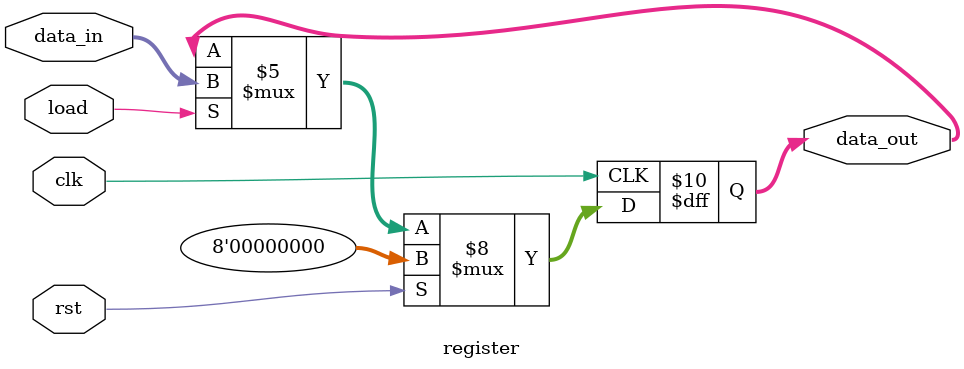
<source format=v>
module register 
#(
  parameter WIDTH = 8
 )
 (
  input  wire             load,
  input  wire             clk,
  input  wire             rst,
  input  wire [WIDTH-1:0] data_in,
  output reg  [WIDTH-1:0] data_out
 );
 
  always @(posedge clk) begin
    if (rst == 1)  data_out <= 8'b0;    else
    if (load == 1) data_out <= data_in; else
                   data_out <= data_out;
  end
  
endmodule

</source>
